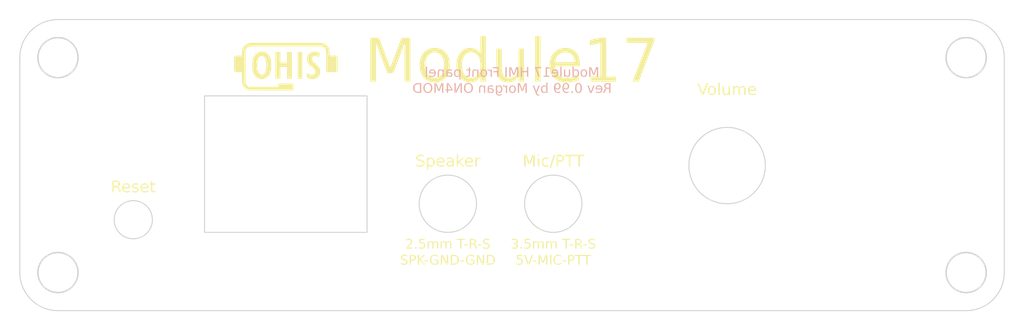
<source format=kicad_pcb>
(kicad_pcb (version 20221018) (generator pcbnew)
  (layers (0 "F.Cu" signal) (31 "B.Cu" signal) (34 "B.Paste" user) (35 "F.Paste" user) (36 "B.SilkS" user "B.Silkscreen") (37 "F.SilkS" user "F.Silkscreen") (38 "B.Mask" user) (39 "F.Mask" user) (44 "Edge.Cuts" user))
  (net 0 "")
  (footprint "M17_logos:OHIS_logo_10.8x5mm" (layer "F.Cu") (at 90.691911 59.60835)
    (fp_text reference "LOGO2" hide)
    (fp_text value "OHIS_logo")
    (fp_poly (pts (xy 1.731818 -0.134697) (xy 1.731818 1.27) (xy 1.491288 1.27) (xy 1.250757 1.27) (xy 1.250757 -0.134697) (xy 1.250757 -1.539394) (xy 1.491288 -1.539394) (xy 1.731818 -1.539394)) (fill solid) (layer "F.SilkS"))
    (fp_poly (pts (xy -0.558031 -0.981364) (xy -0.558031 -0.423334) (xy -0.211667 -0.423334) (xy 0.134697 -0.423334) (xy 0.134697 -0.981364) (xy 0.134697 -1.539394) (xy 0.394469 -1.539394) (xy 0.654242 -1.539394) (xy 0.654242 -0.134697) (xy 0.654242 1.27) (xy 0.394469 1.27) (xy 0.134697 1.27) (xy 0.134697 0.654242) (xy 0.134697 0.038485) (xy -0.211667 0.038485) (xy -0.558031 0.038485) (xy -0.558031 0.654242) (xy -0.558031 1.27) (xy -0.817803 1.27) (xy -1.077576 1.27) (xy -1.077576 -0.134697) (xy -1.077576 -1.539394) (xy -0.817803 -1.539394) (xy -0.558031 -1.539394)) (fill solid) (layer "F.SilkS"))
    (fp_poly (pts (xy -2.382036 -1.571709) (xy -2.220032 -1.54584) (xy -2.078348 -1.49434) (xy -1.951274 -1.41527) (xy -1.857644 -1.332225) (xy -1.746517 -1.199525) (xy -1.657062 -1.046079) (xy -1.588484 -0.869245) (xy -1.539988 -0.666381) (xy -1.510778 -0.434846) (xy -1.500059 -0.171997) (xy -1.499973 -0.144319) (xy -1.510324 0.13573) (xy -1.541653 0.384282) (xy -1.594378 0.60237) (xy -1.668915 0.791029) (xy -1.76568 0.951293) (xy -1.885091 1.084195) (xy -2.027563 1.190769) (xy -2.041172 1.198894) (xy -2.168383 1.254956) (xy -2.318319 1.290796) (xy -2.480307 1.305323) (xy -2.643677 1.297445) (xy -2.770909 1.273573) (xy -2.936751 1.211249) (xy -3.082266 1.116629) (xy -3.207078 0.990329) (xy -3.310814 0.832963) (xy -3.393095 0.645146) (xy -3.453548 0.427493) (xy -3.491796 0.180617) (xy -3.500376 0.080077) (xy -3.508656 -0.209081) (xy -3.508631 -0.20951) (xy -2.976653 -0.20951) (xy -2.974974 -0.017812) (xy -2.960734 0.167626) (xy -2.934779 0.338185) (xy -2.897954 0.485246) (xy -2.870984 0.55864) (xy -2.80347 0.678254) (xy -2.718403 0.766828) (xy -2.618984 0.822582) (xy -2.508411 0.843736) (xy -2.389885 0.828511) (xy -2.387182 0.827745) (xy -2.313913 0.791363) (xy -2.239856 0.728786) (xy -2.176224 0.650383) (xy -2.153374 0.611534) (xy -2.105167 0.490346) (xy -2.068912 0.342033) (xy -2.044466 0.173813) (xy -2.031682 -0.007095) (xy -2.030415 -0.193472) (xy -2.04052 -0.3781) (xy -2.061851 -0.55376) (xy -2.094264 -0.713233) (xy -2.137611 -0.8493) (xy -2.184696 -0.943958) (xy -2.254108 -1.029796) (xy -2.337084 -1.083485) (xy -2.441711 -1.109724) (xy -2.475029 -1.112731) (xy -2.552119 -1.114296) (xy -2.609071 -1.104961) (xy -2.663468 -1.081452) (xy -2.673933 -1.075694) (xy -2.762061 -1.006083) (xy -2.834811 -0.904454) (xy -2.89261 -0.769817) (xy -2.935883 -0.601182) (xy -2.964925 -0.398849) (xy -2.976653 -0.20951) (xy -3.508631 -0.20951) (xy -3.492905 -0.474069) (xy -3.453553 -0.713744) (xy -3.391029 -0.926959) (xy -3.305764 -1.11257) (xy -3.198188 -1.269432) (xy -3.068731 -1.3964) (xy -2.917822 -1.492328) (xy -2.908044 -1.497095) (xy -2.836725 -1.529489) (xy -2.776879 -1.550436) (xy -2.714867 -1.563036) (xy -2.637052 -1.570387) (xy -2.570074 -1.573884)) (fill solid) (layer "F.SilkS"))
    (fp_poly (pts (xy 3.177476 -1.562487) (xy 3.232727 -1.550724) (xy 3.295877 -1.531907) (xy 3.36956 -1.505896) (xy 3.445073 -1.476324) (xy 3.513714 -1.446826) (xy 3.566779 -1.421033) (xy 3.595566 -1.40258) (xy 3.598333 -1.398102) (xy 3.591368 -1.377479) (xy 3.572971 -1.33093) (xy 3.54689 -1.267895) (xy 3.54254 -1.257583) (xy 3.509982 -1.180379) (xy 3.478896 -1.106274) (xy 3.456664 -1.052885) (xy 3.426582 -0.980088) (xy 3.305845 -1.041036) (xy 3.192266 -1.086709) (xy 3.079588 -1.111029) (xy 2.977172 -1.112911) (xy 2.894376 -1.09127) (xy 2.890272 -1.089218) (xy 2.822913 -1.032959) (xy 2.777837 -0.945539) (xy 2.758981 -0.861231) (xy 2.756989 -0.761256) (xy 2.781165 -0.667175) (xy 2.833917 -0.575319) (xy 2.917649 -0.482019) (xy 3.034769 -0.383606) (xy 3.106348 -0.331512) (xy 3.27798 -0.197401) (xy 3.412582 -0.060279) (xy 3.511606 0.082739) (xy 3.576506 0.234537) (xy 3.608737 0.398001) (xy 3.609752 0.576014) (xy 3.601784 0.651629) (xy 3.562815 0.828793) (xy 3.497139 0.979528) (xy 3.40539 1.102932) (xy 3.288202 1.198107) (xy 3.17783 1.252831) (xy 3.086698 1.277636) (xy 2.970055 1.294481) (xy 2.840155 1.302834) (xy 2.709248 1.302162) (xy 2.589586 1.291933) (xy 2.528546 1.281047) (xy 2.444021 1.258232) (xy 2.356111 1.229034) (xy 2.312069 1.211719) (xy 2.212879 1.169048) (xy 2.212879 0.911898) (xy 2.212879 0.654748) (xy 2.362135 0.730008) (xy 2.490259 0.788956) (xy 2.600533 0.825653) (xy 2.704305 0.842915) (xy 2.812925 0.84356) (xy 2.818258 0.843234) (xy 2.896175 0.834916) (xy 2.948839 0.819311) (xy 2.989348 0.792306) (xy 2.994055 0.788067) (xy 3.059987 0.703268) (xy 3.092387 0.604771) (xy 3.091462 0.497395) (xy 3.057417 0.385962) (xy 2.990456 0.275292) (xy 2.971203 0.251377) (xy 2.930692 0.210516) (xy 2.869058 0.156607) (xy 2.796762 0.098592) (xy 2.761371 0.071934) (xy 2.614438 -0.042878) (xy 2.495204 -0.150298) (xy 2.406729 -0.247436) (xy 2.37179 -0.296215) (xy 2.29883 -0.445509) (xy 2.254523 -0.612308) (xy 2.239274 -0.787982) (xy 2.253491 -0.963897) (xy 2.297579 -1.131422) (xy 2.329019 -1.205392) (xy 2.413529 -1.337077) (xy 2.526583 -1.442951) (xy 2.651468 -1.515586) (xy 2.763388 -1.552043) (xy 2.897294 -1.572553) (xy 3.039789 -1.576304)) (fill solid) (layer "F.SilkS"))
    (fp_poly (pts (xy 1.740828 -2.498381) (xy 2.111497 -2.49798) (xy 2.446167 -2.497319) (xy 2.744557 -2.4964) (xy 3.006387 -2.495223) (xy 3.231376 -2.49379) (xy 3.419242 -2.492102) (xy 3.569705 -2.49016) (xy 3.682484 -2.487964) (xy 3.757298 -2.485516) (xy 3.790757 -2.483247) (xy 3.970489 -2.443555) (xy 4.135159 -2.37142) (xy 4.280822 -2.270394) (xy 4.403536 -2.144031) (xy 4.499358 -1.995883) (xy 4.564344 -1.829503) (xy 4.57774 -1.774167) (xy 4.585838 -1.71547) (xy 4.59251 -1.629527) (xy 4.597094 -1.527568) (xy 4.59893 -1.420825) (xy 4.598939 -1.413371) (xy 4.598939 -1.154546) (xy 4.96542 -1.154546) (xy 5.092672 -1.154415) (xy 5.187195 -1.153586) (xy 5.254746 -1.1514) (xy 5.301081 -1.147202) (xy 5.331956 -1.140332) (xy 5.353128 -1.130135) (xy 5.370352 -1.115954) (xy 5.379132 -1.107314) (xy 5.426363 -1.060083) (xy 5.426363 -0.288637) (xy 5.426363 0.48281) (xy 5.379132 0.530041) (xy 5.331901 0.577272) (xy 4.782617 0.577272) (xy 4.233333 0.577272) (xy 4.233333 -0.535296) (xy 4.2333 -0.785056) (xy 4.232994 -0.999421) (xy 4.232105 -1.181481) (xy 4.230323 -1.334326) (xy 4.227337 -1.461046) (xy 4.222839 -1.564731) (xy 4.216518 -1.64847) (xy 4.208064 -1.715354) (xy 4.197166 -1.768472) (xy 4.183516 -1.810914) (xy 4.166802 -1.845771) (xy 4.146716 -1.876132) (xy 4.122946 -1.905087) (xy 4.095183 -1.935726) (xy 4.092537 -1.938607) (xy 4.029797 -1.996329) (xy 3.956881 -2.048565) (xy 3.915833 -2.071289) (xy 3.819621 -2.116291) (xy 0.009621 -2.116056) (xy -0.440963 -2.116019) (xy -0.854671 -2.115954) (xy -1.233113 -2.115846) (xy -1.577899 -2.115682) (xy -1.890637 -2.115445) (xy -2.172938 -2.115122) (xy -2.426411 -2.114698) (xy -2.652665 -2.114157) (xy -2.853309 -2.113486) (xy -3.029954 -2.112668) (xy -3.184208 -2.11169) (xy -3.317681 -2.110536) (xy -3.431983 -2.109192) (xy -3.528722 -2.107643) (xy -3.609509 -2.105873) (xy -3.675952 -2.10387) (xy -3.729661 -2.101616) (xy -3.772246 -2.099099) (xy -3.805316 -2.096302) (xy -3.83048 -2.093211) (xy -3.849349 -2.089812) (xy -3.86353 -2.086089) (xy -3.874634 -2.082028) (xy -3.878607 -2.080291) (xy -3.999869 -2.004785) (xy -4.097986 -1.901278) (xy -4.145449 -1.823395) (xy -4.194849 -1.724262) (xy -4.194849 0) (xy -4.194849 1.724262) (xy -4.145449 1.823395) (xy -4.065778 1.941332) (xy -3.958536 2.035529) (xy -3.878607 2.08029) (xy -3.8626 2.086825) (xy -3.843557 2.09251) (xy -3.818837 2.097404) (xy -3.7858 2.101567) (xy -3.741805 2.10506) (xy -3.684211 2.107942) (xy -3.61038 2.110273) (xy -3.51767 2.112114) (xy -3.403441 2.113523) (xy -3.265052 2.114562) (xy -3.099864 2.115289) (xy -2.905236 2.115765) (xy -2.678527 2.11605) (xy -2.417097 2.116203) (xy -2.294659 2.116244) (xy -0.78894 2.116666) (xy -0.78894 1.943485) (xy -0.78894 1.770303) (xy 0.009621 1.770303) (xy 0.808182 1.770303) (xy 0.808182 2.136062) (xy 0.808182 2.501822) (xy -1.438371 2.499165) (xy -1.731362 2.498687) (xy -2.015005 2.497968) (xy -2.286766 2.497027) (xy -2.544107 2.495885) (xy -2.784492 2.494561) (xy -3.005386 2.493074) (xy -3.204251 2.491446) (xy -3.378552 2.489694) (xy -3.525752 2.48784) (xy -3.643315 2.485903) (xy -3.728705 2.483902) (xy -3.779385 2.481858) (xy -3.790758 2.480849) (xy -3.969889 2.436472) (xy -4.132361 2.360653) (xy -4.274295 2.256726) (xy -4.391808 2.128022) (xy -4.481021 1.977874) (xy -4.528667 1.847272) (xy -4.543103 1.789829) (xy -4.554543 1.731216) (xy -4.563325 1.666118) (xy -4.569789 1.58922) (xy -4.574272 1.495206) (xy -4.577114 1.378761) (xy -4.578652 1.23457) (xy -4.579226 1.057318) (xy -4.57923 1.053522) (xy -4.579697 0.577272) (xy -4.940493 0.57666) (xy -5.076103 0.575975) (xy -5.178539 0.573623) (xy -5.253107 0.568378) (xy -5.305115 0.559014) (xy -5.339871 0.544302) (xy -5.362681 0.523018) (xy -5.378853 0.493933) (xy -5.387123 0.473429) (xy -5.39242 0.440107) (xy -5.39692 0.373693) (xy -5.400623 0.279571) (xy -5.403529 0.163124) (xy -5.405638 0.029736) (xy -5.40695 -0.115207) (xy -5.407465 -0.266323) (xy -5.407183 -0.418227) (xy -5.406105 -0.565534) (xy -5.404229 -0.702862) (xy -5.401556 -0.824825) (xy -5.398086 -0.926041) (xy -5.39382 -1.001124) (xy -5.388756 -1.04469) (xy -5.387123 -1.050702) (xy -5.372296 -1.084878) (xy -5.353817 -1.110501) (xy -5.326356 -1.12881) (xy -5.284586 -1.141044) (xy -5.223176 -1.148444) (xy -5.136798 -1.152248) (xy -5.020123 -1.153696) (xy -4.943255 -1.153934) (xy -4.585223 -1.154546) (xy -4.57434 -1.447993) (xy -4.566053 -1.602474) (xy -4.553909 -1.728113) (xy -4.538335 -1.820917) (xy -4.531448 -1.847273) (xy -4.460278 -2.018424) (xy -4.357888 -2.168703) (xy -4.227047 -2.295284) (xy -4.070529 -2.39534) (xy -3.939851 -2.450628) (xy -3.819621 -2.491894) (xy -0.096212 -2.497372) (xy 0.415641 -2.498018) (xy 0.892619 -2.498401) (xy 1.334442 -2.498522)) (fill solid) (layer "F.SilkS"))
  )
  (gr_circle (center 74.745 75.65) (end 76.745 75.65) (stroke (width 0.1)) (fill none) (layer "Edge.Cuts"))
  (gr_circle (center 161.885 58.665) (end 163.985 58.665) (stroke (width 0.15)) (fill none) (layer "Edge.Cuts"))
  (gr_rect (start 82.205 62.675) (end 99.205 76.975) (stroke (width 0.1)) (fill none) (layer "Edge.Cuts"))
  (gr_circle (center 136.875 69.974987) (end 140.875 69.974987) (stroke (width 0.1)) (fill none) (layer "Edge.Cuts"))
  (gr_line (start 161.885 54.675) (end 66.865 54.675) (stroke (width 0.1)) (layer "Edge.Cuts"))
  (gr_arc (start 161.885 54.675) (mid 164.706356 55.843644) (end 165.875 58.665) (stroke (width 0.1)) (layer "Edge.Cuts"))
  (gr_circle (center 107.655 73.975) (end 110.655 73.975) (stroke (width 0.1)) (fill none) (layer "Edge.Cuts"))
  (gr_circle (center 118.685 73.975) (end 121.685 73.975) (stroke (width 0.1)) (fill none) (layer "Edge.Cuts"))
  (gr_arc (start 66.865 85.175) (mid 64.043644 84.006356) (end 62.875 81.185) (stroke (width 0.1)) (layer "Edge.Cuts"))
  (gr_arc (start 62.875 58.665) (mid 64.043644 55.843644) (end 66.865 54.675) (stroke (width 0.1)) (layer "Edge.Cuts"))
  (gr_circle (center 161.885 81.185) (end 163.985 81.185) (stroke (width 0.15)) (fill none) (layer "Edge.Cuts"))
  (gr_circle (center 66.865 58.665) (end 68.965 58.665) (stroke (width 0.15)) (fill none) (layer "Edge.Cuts"))
  (gr_line (start 66.865 85.175) (end 161.885 85.175) (stroke (width 0.1)) (layer "Edge.Cuts"))
  (gr_circle (center 66.865 81.185) (end 68.965 81.185) (stroke (width 0.15)) (fill none) (layer "Edge.Cuts"))
  (gr_line (start 62.875 58.665) (end 62.875 81.185) (stroke (width 0.1)) (layer "Edge.Cuts"))
  (gr_arc (start 165.875 81.185) (mid 164.706356 84.006356) (end 161.885 85.175) (stroke (width 0.1)) (layer "Edge.Cuts"))
  (gr_line (start 165.875 81.185) (end 165.875 58.665) (stroke (width 0.1)) (layer "Edge.Cuts"))
  (gr_text "Module17 HMI Front panel\nRev 0.99 by Morgan ON4MOD" (at 114.375 59.675) (layer "B.SilkS") (effects (font (size 1 1)) (justify top mirror)))
  (gr_text "Reset" (at 74.745 72.975) (layer "F.SilkS") (effects (font (size 1.2 1.2) (thickness 0.18)) (justify bottom)))
  (gr_text "Speaker" (at 107.655 70.275) (layer "F.SilkS") (effects (font (size 1.2 1.2) (thickness 0.18)) (justify bottom)))
  (gr_text "Mic/PTT" (at 118.685 70.275) (layer "F.SilkS") (effects (font (size 1.2 1.2) (thickness 0.18)) (justify bottom)))
  (gr_text "Module17" (at 114.375 56.675) (layer "F.SilkS") (effects (font (size 4.5 4.5) (thickness 0.36)) (justify top)))
  (gr_text "2.5mm T-R-S\nSPK-GND-GND" (at 107.655 77.675) (layer "F.SilkS") (effects (font (size 1 1)) (justify top)))
  (gr_text "Volume" (at 136.875 62.775) (layer "F.SilkS") (effects (font (size 1.2 1.2) (thickness 0.18)) (justify bottom)))
  (gr_text "3.5mm T-R-S\n5V-MIC-PTT" (at 118.685 77.675) (layer "F.SilkS") (effects (font (size 1 1)) (justify top)))
)
</source>
